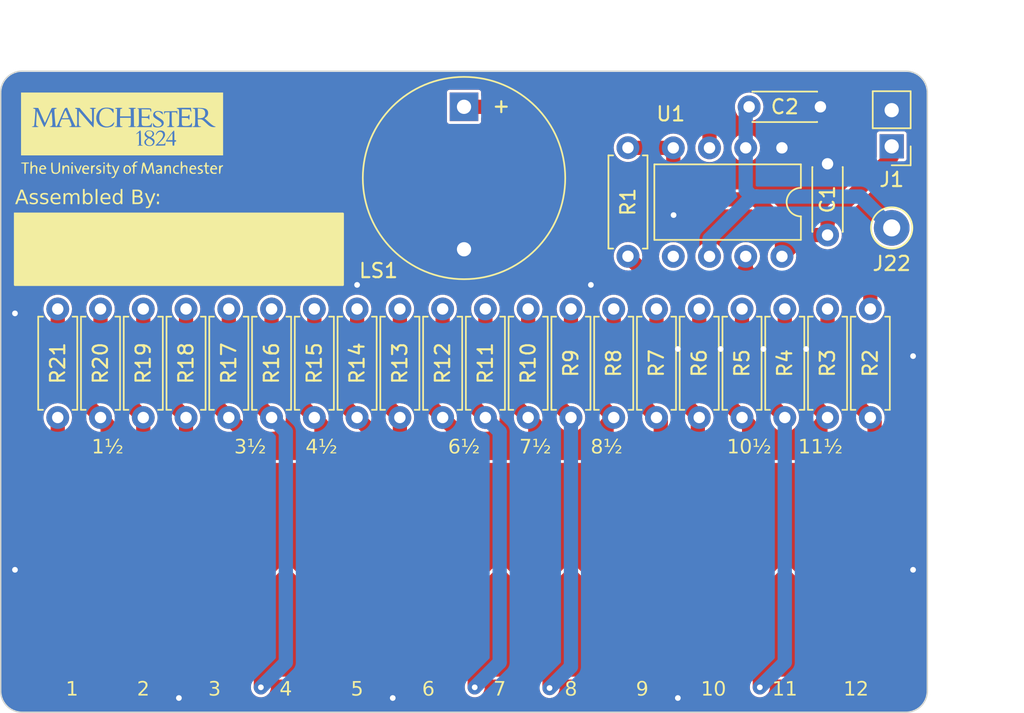
<source format=kicad_pcb>
(kicad_pcb (version 20221018) (generator pcbnew)
  (layers (0 "F.Cu" signal) (31 "B.Cu" signal) (34 "B.Paste" user) (35 "F.Paste" user) (36 "B.SilkS" user "B.Silkscreen") (37 "F.SilkS" user "F.Silkscreen") (38 "B.Mask" user) (39 "F.Mask" user) (44 "Edge.Cuts" user))
  (net 0 "")
  (net 1 "VCC")
  (net 2 "GND")
  (net 3 "Net-(J22-Pin_1)")
  (net 4 "Net-(J2-Pin_1)")
  (net 5 "Net-(J3-Pin_1)")
  (net 6 "Net-(J4-Pin_1)")
  (net 7 "Net-(J5-Pin_1)")
  (net 8 "Net-(J6-Pin_1)")
  (net 9 "Net-(J7-Pin_1)")
  (net 10 "Net-(J8-Pin_1)")
  (net 11 "Net-(J9-Pin_1)")
  (net 12 "Net-(J10-Pin_1)")
  (net 13 "Net-(J11-Pin_1)")
  (net 14 "Net-(J12-Pin_1)")
  (net 15 "Net-(J13-Pin_1)")
  (net 16 "Net-(J14-Pin_1)")
  (net 17 "Net-(J15-Pin_1)")
  (net 18 "Net-(J16-Pin_1)")
  (net 19 "Net-(J17-Pin_1)")
  (net 20 "Net-(J18-Pin_1)")
  (net 21 "Net-(J19-Pin_1)")
  (net 22 "Net-(J20-Pin_1)")
  (net 23 "Net-(J21-Pin_1)")
  (net 24 "Net-(U1-Q)")
  (net 25 "Net-(U1-DIS)")
  (footprint "Package_DIP:DIP-8_W7.62mm" (layer "F.Cu") (at 154.8 105.38 -90)
    (fp_text reference "U1" (at -2.38 7.8 -180) (layer "F.SilkS"))
    (fp_text value "NE555P")
    (pad "1" thru_hole rect (at 0 0 270) (size 1.6 1.6) (drill 0.8) (layers "*.Cu" "*.Mask") (net 2 "GND"))
    (pad "2" thru_hole oval (at 0 2.54 270) (size 1.6 1.6) (drill 0.8) (layers "*.Cu" "*.Mask") (net 3 "Net-(J22-Pin_1)"))
    (pad "3" thru_hole oval (at 0 5.08 270) (size 1.6 1.6) (drill 0.8) (layers "*.Cu" "*.Mask") (net 24 "Net-(U1-Q)"))
    (pad "4" thru_hole oval (at 0 7.62 270) (size 1.6 1.6) (drill 0.8) (layers "*.Cu" "*.Mask") (net 1 "VCC"))
    (pad "5" thru_hole oval (at 7.62 7.62 270) (size 1.6 1.6) (drill 0.8) (layers "*.Cu" "*.Mask"))
    (pad "6" thru_hole oval (at 7.62 5.08 270) (size 1.6 1.6) (drill 0.8) (layers "*.Cu" "*.Mask") (net 3 "Net-(J22-Pin_1)"))
    (pad "7" thru_hole oval (at 7.62 2.54 270) (size 1.6 1.6) (drill 0.8) (layers "*.Cu" "*.Mask") (net 25 "Net-(U1-DIS)"))
    (pad "8" thru_hole oval (at 7.62 0 270) (size 1.6 1.6) (drill 0.8) (layers "*.Cu" "*.Mask") (net 1 "VCC"))
  )
  (footprint "Resistor_THT:R_Axial_DIN0207_L6.3mm_D2.5mm_P7.62mm_Horizontal" (layer "F.Cu") (at 119 116.69 -90)
    (fp_text reference "R16" (at 3.81 0 90) (layer "F.SilkS"))
    (fp_text value "3.48k, 1%")
    (pad "1" thru_hole circle (at 0 0 270) (size 1.6 1.6) (drill 0.8) (layers "*.Cu" "*.Mask") (net 17 "Net-(J15-Pin_1)"))
    (pad "2" thru_hole oval (at 7.62 0 270) (size 1.6 1.6) (drill 0.8) (layers "*.Cu" "*.Mask") (net 18 "Net-(J16-Pin_1)"))
  )
  (footprint "Resistor_THT:R_Axial_DIN0207_L6.3mm_D2.5mm_P7.62mm_Horizontal" (layer "F.Cu") (at 161 116.69 -90)
    (fp_text reference "R2" (at 3.81 0 90) (layer "F.SilkS"))
    (fp_text value "22.1k, 1%")
    (pad "1" thru_hole circle (at 0 0 270) (size 1.6 1.6) (drill 0.8) (layers "*.Cu" "*.Mask") (net 25 "Net-(U1-DIS)"))
    (pad "2" thru_hole oval (at 7.62 0 270) (size 1.6 1.6) (drill 0.8) (layers "*.Cu" "*.Mask") (net 4 "Net-(J2-Pin_1)"))
  )
  (footprint "Buzzer_Beeper:Buzzer_D14mm_H7mm_P10mm" (layer "F.Cu") (at 132.5 102.5 -90)
    (fp_text reference "LS1" (at 11.5 6 -180) (layer "F.SilkS"))
    (fp_text value "Piezo Sounder")
    (fp_text user "+" (at -0.01 -2.54 90) (layer "F.SilkS"))
    (pad "1" thru_hole rect (at 0 0 270) (size 2 2) (drill 1) (layers "*.Cu" "*.Mask") (net 24 "Net-(U1-Q)"))
    (pad "2" thru_hole circle (at 10 0 270) (size 2 2) (drill 1) (layers "*.Cu" "*.Mask") (net 2 "GND"))
  )
  (footprint "Resistor_THT:R_Axial_DIN0207_L6.3mm_D2.5mm_P7.62mm_Horizontal" (layer "F.Cu") (at 113 116.69 -90)
    (fp_text reference "R18" (at 3.81 0 90) (layer "F.SilkS"))
    (fp_text value "3.83k, 1%")
    (pad "1" thru_hole circle (at 0 0 270) (size 1.6 1.6) (drill 0.8) (layers "*.Cu" "*.Mask") (net 19 "Net-(J17-Pin_1)"))
    (pad "2" thru_hole oval (at 7.62 0 270) (size 1.6 1.6) (drill 0.8) (layers "*.Cu" "*.Mask") (net 20 "Net-(J18-Pin_1)"))
  )
  (footprint "Resistor_THT:R_Axial_DIN0207_L6.3mm_D2.5mm_P7.62mm_Horizontal" (layer "F.Cu") (at 116 116.69 -90)
    (fp_text reference "R17" (at 3.81 0 90) (layer "F.SilkS"))
    (fp_text value "3.65k, 1%")
    (pad "1" thru_hole circle (at 0 0 270) (size 1.6 1.6) (drill 0.8) (layers "*.Cu" "*.Mask") (net 18 "Net-(J16-Pin_1)"))
    (pad "2" thru_hole oval (at 7.62 0 270) (size 1.6 1.6) (drill 0.8) (layers "*.Cu" "*.Mask") (net 19 "Net-(J17-Pin_1)"))
  )
  (footprint "Resistor_THT:R_Axial_DIN0207_L6.3mm_D2.5mm_P7.62mm_Horizontal" (layer "F.Cu") (at 107 116.69 -90)
    (fp_text reference "R20" (at 3.81 0 90) (layer "F.SilkS"))
    (fp_text value "4.32k, 1%")
    (pad "1" thru_hole circle (at 0 0 270) (size 1.6 1.6) (drill 0.8) (layers "*.Cu" "*.Mask") (net 21 "Net-(J19-Pin_1)"))
    (pad "2" thru_hole oval (at 7.62 0 270) (size 1.6 1.6) (drill 0.8) (layers "*.Cu" "*.Mask") (net 22 "Net-(J20-Pin_1)"))
  )
  (footprint "Resistor_THT:R_Axial_DIN0207_L6.3mm_D2.5mm_P7.62mm_Horizontal" (layer "F.Cu") (at 128 116.69 -90)
    (fp_text reference "R13" (at 3.81 0 90) (layer "F.SilkS"))
    (fp_text value "2.87k, 1%")
    (pad "1" thru_hole circle (at 0 0 270) (size 1.6 1.6) (drill 0.8) (layers "*.Cu" "*.Mask") (net 14 "Net-(J12-Pin_1)"))
    (pad "2" thru_hole oval (at 7.62 0 270) (size 1.6 1.6) (drill 0.8) (layers "*.Cu" "*.Mask") (net 15 "Net-(J13-Pin_1)"))
  )
  (footprint "TestPoint:TestPoint_THTPad_D2.5mm_Drill1.2mm" (layer "F.Cu") (at 162.5 111)
    (fp_text reference "J22" (at 0 2.5) (layer "F.SilkS"))
    (fp_text value "Stylus")
    (pad "1" thru_hole circle (at 0 0) (size 2.5 2.5) (drill 1.2) (layers "*.Cu" "*.Mask") (net 3 "Net-(J22-Pin_1)"))
  )
  (footprint "Capacitor_THT:C_Disc_D4.3mm_W1.9mm_P5.00mm" (layer "F.Cu") (at 152.5 102.5)
    (fp_text reference "C2" (at 2.5 0) (layer "F.SilkS"))
    (fp_text value "10n")
    (pad "1" thru_hole circle (at 0 0) (size 1.6 1.6) (drill 0.8) (layers "*.Cu" "*.Mask") (net 3 "Net-(J22-Pin_1)"))
    (pad "2" thru_hole circle (at 5 0) (size 1.6 1.6) (drill 0.8) (layers "*.Cu" "*.Mask") (net 2 "GND"))
  )
  (footprint "Resistor_THT:R_Axial_DIN0207_L6.3mm_D2.5mm_P7.62mm_Horizontal" (layer "F.Cu") (at 134 116.69 -90)
    (fp_text reference "R11" (at 3.81 0 90) (layer "F.SilkS"))
    (fp_text value "2.61k, 1%")
    (pad "1" thru_hole circle (at 0 0 270) (size 1.6 1.6) (drill 0.8) (layers "*.Cu" "*.Mask") (net 12 "Net-(J10-Pin_1)"))
    (pad "2" thru_hole oval (at 7.62 0 270) (size 1.6 1.6) (drill 0.8) (layers "*.Cu" "*.Mask") (net 13 "Net-(J11-Pin_1)"))
  )
  (footprint "Connector_PinHeader_2.54mm:PinHeader_1x02_P2.54mm_Vertical" (layer "F.Cu") (at 162.5 105.275 180)
    (fp_text reference "J1" (at 0 -2.33) (layer "F.SilkS"))
    (fp_text value "Batt")
    (pad "1" thru_hole rect (at 0 0 180) (size 1.7 1.7) (drill 1) (layers "*.Cu" "*.Mask") (net 1 "VCC"))
    (pad "2" thru_hole oval (at 0 2.54 180) (size 1.7 1.7) (drill 1) (layers "*.Cu" "*.Mask") (net 2 "GND"))
  )
  (footprint "Resistor_THT:R_Axial_DIN0207_L6.3mm_D2.5mm_P7.62mm_Horizontal" (layer "F.Cu") (at 137 116.69 -90)
    (fp_text reference "R10" (at 3.81 0 90) (layer "F.SilkS"))
    (fp_text value "2.43k, 1%")
    (pad "1" thru_hole circle (at 0 0 270) (size 1.6 1.6) (drill 0.8) (layers "*.Cu" "*.Mask") (net 11 "Net-(J9-Pin_1)"))
    (pad "2" thru_hole oval (at 7.62 0 270) (size 1.6 1.6) (drill 0.8) (layers "*.Cu" "*.Mask") (net 12 "Net-(J10-Pin_1)"))
  )
  (footprint "Resistor_THT:R_Axial_DIN0207_L6.3mm_D2.5mm_P7.62mm_Horizontal" (layer "F.Cu") (at 143 116.69 -90)
    (fp_text reference "R8" (at 3.81 0 90) (layer "F.SilkS"))
    (fp_text value "2.15k, 1%")
    (pad "1" thru_hole circle (at 0 0 270) (size 1.6 1.6) (drill 0.8) (layers "*.Cu" "*.Mask") (net 9 "Net-(J7-Pin_1)"))
    (pad "2" thru_hole oval (at 7.62 0 270) (size 1.6 1.6) (drill 0.8) (layers "*.Cu" "*.Mask") (net 10 "Net-(J8-Pin_1)"))
  )
  (footprint "Resistor_THT:R_Axial_DIN0207_L6.3mm_D2.5mm_P7.62mm_Horizontal" (layer "F.Cu") (at 131 116.69 -90)
    (fp_text reference "R12" (at 3.81 0 90) (layer "F.SilkS"))
    (fp_text value "2.74k, 1%")
    (pad "1" thru_hole circle (at 0 0 270) (size 1.6 1.6) (drill 0.8) (layers "*.Cu" "*.Mask") (net 13 "Net-(J11-Pin_1)"))
    (pad "2" thru_hole oval (at 7.62 0 270) (size 1.6 1.6) (drill 0.8) (layers "*.Cu" "*.Mask") (net 14 "Net-(J12-Pin_1)"))
  )
  (footprint "Resistor_THT:R_Axial_DIN0207_L6.3mm_D2.5mm_P7.62mm_Horizontal" (layer "F.Cu") (at 144 112.99 90)
    (fp_text reference "R1" (at 3.81 0 90) (layer "F.SilkS"))
    (fp_text value "10k")
    (pad "1" thru_hole circle (at 0 0 90) (size 1.6 1.6) (drill 0.8) (layers "*.Cu" "*.Mask") (net 25 "Net-(U1-DIS)"))
    (pad "2" thru_hole oval (at 7.62 0 90) (size 1.6 1.6) (drill 0.8) (layers "*.Cu" "*.Mask") (net 1 "VCC"))
  )
  (footprint "Resistor_THT:R_Axial_DIN0207_L6.3mm_D2.5mm_P7.62mm_Horizontal" (layer "F.Cu") (at 122 116.69 -90)
    (fp_text reference "R15" (at 3.81 0 90) (layer "F.SilkS"))
    (fp_text value "3.24k, 1%")
    (pad "1" thru_hole circle (at 0 0 270) (size 1.6 1.6) (drill 0.8) (layers "*.Cu" "*.Mask") (net 16 "Net-(J14-Pin_1)"))
    (pad "2" thru_hole oval (at 7.62 0 270) (size 1.6 1.6) (drill 0.8) (layers "*.Cu" "*.Mask") (net 17 "Net-(J15-Pin_1)"))
  )
  (footprint "Resistor_THT:R_Axial_DIN0207_L6.3mm_D2.5mm_P7.62mm_Horizontal" (layer "F.Cu") (at 149 116.69 -90)
    (fp_text reference "R6" (at 3.81 0 90) (layer "F.SilkS"))
    (fp_text value "1.91k, 1%")
    (pad "1" thru_hole circle (at 0 0 270) (size 1.6 1.6) (drill 0.8) (layers "*.Cu" "*.Mask") (net 7 "Net-(J5-Pin_1)"))
    (pad "2" thru_hole oval (at 7.62 0 270) (size 1.6 1.6) (drill 0.8) (layers "*.Cu" "*.Mask") (net 8 "Net-(J6-Pin_1)"))
  )
  (footprint "Capacitor_THT:C_Disc_D4.3mm_W1.9mm_P5.00mm" (layer "F.Cu") (at 158 111.5 90)
    (fp_text reference "C1" (at 2.5 0 90) (layer "F.SilkS"))
    (fp_text value "100n")
    (pad "1" thru_hole circle (at 0 0 90) (size 1.6 1.6) (drill 0.8) (layers "*.Cu" "*.Mask") (net 1 "VCC"))
    (pad "2" thru_hole circle (at 5 0 90) (size 1.6 1.6) (drill 0.8) (layers "*.Cu" "*.Mask") (net 2 "GND"))
  )
  (footprint "Resistor_THT:R_Axial_DIN0207_L6.3mm_D2.5mm_P7.62mm_Horizontal" (layer "F.Cu") (at 110 116.69 -90)
    (fp_text reference "R19" (at 3.81 0 90) (layer "F.SilkS"))
    (fp_text value "4.12k, 1%")
    (pad "1" thru_hole circle (at 0 0 270) (size 1.6 1.6) (drill 0.8) (layers "*.Cu" "*.Mask") (net 20 "Net-(J18-Pin_1)"))
    (pad "2" thru_hole oval (at 7.62 0 270) (size 1.6 1.6) (drill 0.8) (layers "*.Cu" "*.Mask") (net 21 "Net-(J19-Pin_1)"))
  )
  (footprint "Resistor_THT:R_Axial_DIN0207_L6.3mm_D2.5mm_P7.62mm_Horizontal" (layer "F.Cu") (at 158 116.69 -90)
    (fp_text reference "R3" (at 3.81 0 90) (layer "F.SilkS"))
    (fp_text value "1.63k, 1%")
    (pad "1" thru_hole circle (at 0 0 270) (size 1.6 1.6) (drill 0.8) (layers "*.Cu" "*.Mask") (net 4 "Net-(J2-Pin_1)"))
    (pad "2" thru_hole oval (at 7.62 0 270) (size 1.6 1.6) (drill 0.8) (layers "*.Cu" "*.Mask") (net 5 "Net-(J3-Pin_1)"))
  )
  (footprint "Resistor_THT:R_Axial_DIN0207_L6.3mm_D2.5mm_P7.62mm_Horizontal" (layer "F.Cu") (at 155 116.69 -90)
    (fp_text reference "R4" (at 3.81 0 90) (layer "F.SilkS"))
    (fp_text value "1.74k, 1%")
    (pad "1" thru_hole circle (at 0 0 270) (size 1.6 1.6) (drill 0.8) (layers "*.Cu" "*.Mask") (net 5 "Net-(J3-Pin_1)"))
    (pad "2" thru_hole oval (at 7.62 0 270) (size 1.6 1.6) (drill 0.8) (layers "*.Cu" "*.Mask") (net 6 "Net-(J4-Pin_1)"))
  )
  (footprint "Resistor_THT:R_Axial_DIN0207_L6.3mm_D2.5mm_P7.62mm_Horizontal" (layer "F.Cu") (at 104 116.69 -90)
    (fp_text reference "R21" (at 3.81 0 90) (layer "F.SilkS"))
    (fp_text value "4.64k, 1%")
    (pad "1" thru_hole circle (at 0 0 270) (size 1.6 1.6) (drill 0.8) (layers "*.Cu" "*.Mask") (net 22 "Net-(J20-Pin_1)"))
    (pad "2" thru_hole oval (at 7.62 0 270) (size 1.6 1.6) (drill 0.8) (layers "*.Cu" "*.Mask") (net 23 "Net-(J21-Pin_1)"))
  )
  (footprint "Resistor_THT:R_Axial_DIN0207_L6.3mm_D2.5mm_P7.62mm_Horizontal" (layer "F.Cu") (at 146 116.69 -90)
    (fp_text reference "R7" (at 3.81 0 90) (layer "F.SilkS"))
    (fp_text value "2.05k, 1%")
    (pad "1" thru_hole circle (at 0 0 270) (size 1.6 1.6) (drill 0.8) (layers "*.Cu" "*.Mask") (net 8 "Net-(J6-Pin_1)"))
    (pad "2" thru_hole oval (at 7.62 0 270) (size 1.6 1.6) (drill 0.8) (layers "*.Cu" "*.Mask") (net 9 "Net-(J7-Pin_1)"))
  )
  (footprint "LOGO" (layer "F.Cu") (at 108.5 104.5)
    (fp_text reference "G***" hide)
    (fp_text value "LOGO" hide)
  )
  (footprint "Resistor_THT:R_Axial_DIN0207_L6.3mm_D2.5mm_P7.62mm_Horizontal" (layer "F.Cu") (at 140 116.69 -90)
    (fp_text reference "R9" (at 3.81 0 90) (layer "F.SilkS"))
    (fp_text value "2.32k, 1%")
    (pad "1" thru_hole circle (at 0 0 270) (size 1.6 1.6) (drill 0.8) (layers "*.Cu" "*.Mask") (net 10 "Net-(J8-Pin_1)"))
    (pad "2" thru_hole oval (at 7.62 0 270) (size 1.6 1.6) (drill 0.8) (layers "*.Cu" "*.Mask") (net 11 "Net-(J9-Pin_1)"))
  )
  (footprint "Resistor_THT:R_Axial_DIN0207_L6.3mm_D2.5mm_P7.62mm_Horizontal" (layer "F.Cu") (at 152 116.69 -90)
    (fp_text reference "R5" (at 3.81 0 90) (layer "F.SilkS"))
    (fp_text value "1.82k, 1%")
    (pad "1" thru_hole circle (at 0 0 270) (size 1.6 1.6) (drill 0.8) (layers "*.Cu" "*.Mask") (net 6 "Net-(J4-Pin_1)"))
    (pad "2" thru_hole oval (at 7.62 0 270) (size 1.6 1.6) (drill 0.8) (layers "*.Cu" "*.Mask") (net 7 "Net-(J5-Pin_1)"))
  )
  (footprint "Resistor_THT:R_Axial_DIN0207_L6.3mm_D2.5mm_P7.62mm_Horizontal" (layer "F.Cu") (at 125 116.69 -90)
    (fp_text reference "R14" (at 3.81 0 90) (layer "F.SilkS"))
    (fp_text value "3.01k, 1%")
    (pad "1" thru_hole circle (at 0 0 270) (size 1.6 1.6) (drill 0.8) (layers "*.Cu" "*.Mask") (net 15 "Net-(J13-Pin_1)"))
    (pad "2" thru_hole oval (at 7.62 0 270) (size 1.6 1.6) (drill 0.8) (layers "*.Cu" "*.Mask") (net 16 "Net-(J14-Pin_1)"))
  )
  (gr_rect (start 101 110) (end 124 115) (stroke (width 0.15)) (fill solid) (layer "F.SilkS"))
  (gr_line (start 165 143.5) (end 165 101.5) (stroke (width 0.1)) (layer "Edge.Cuts"))
  (gr_arc (start 101.5 145) (mid 100.43934 144.56066) (end 100 143.5) (stroke (width 0.1)) (layer "Edge.Cuts"))
  (gr_line (start 163.5 100) (end 101.5 100) (stroke (width 0.1)) (layer "Edge.Cuts"))
  (gr_line (start 100 101.5) (end 100 143.5) (stroke (width 0.1)) (layer "Edge.Cuts"))
  (gr_line (start 101.5 145) (end 163.5 145) (stroke (width 0.1)) (layer "Edge.Cuts"))
  (gr_arc (start 100 101.5) (mid 100.43934 100.43934) (end 101.5 100) (stroke (width 0.1)) (layer "Edge.Cuts"))
  (gr_arc (start 163.5 100) (mid 164.56066 100.43934) (end 165 101.5) (stroke (width 0.1)) (layer "Edge.Cuts"))
  (gr_arc (start 165 143.5) (mid 164.56066 144.56066) (end 163.5 145) (stroke (width 0.1)) (layer "Edge.Cuts"))
  (gr_text "6½" (at 132.5 127) (layer "F.SilkS") (effects (font (size 1 1)) (justify bottom)))
  (gr_text "11" (at 155 144) (layer "F.SilkS") (effects (font (size 1 1)) (justify bottom)))
  (gr_text "8" (at 140 144) (layer "F.SilkS") (effects (font (size 1 1)) (justify bottom)))
  (gr_text "3" (at 115 144) (layer "F.SilkS") (effects (font (size 1 1)) (justify bottom)))
  (gr_text "12" (at 160 144) (layer "F.SilkS") (effects (font (size 1 1)) (justify bottom)))
  (gr_text "3½" (at 117.5 127) (layer "F.SilkS") (effects (font (size 1 1)) (justify bottom)))
  (gr_text "1½" (at 107.5 127) (layer "F.SilkS") (effects (font (size 1 1)) (justify bottom)))
  (gr_text "10" (at 150 144) (layer "F.SilkS") (effects (font (size 1 1)) (justify bottom)))
  (gr_text "4½" (at 122.5 127) (layer "F.SilkS") (effects (font (size 1 1)) (justify bottom)))
  (gr_text "6" (at 130 144) (layer "F.SilkS") (effects (font (size 1 1)) (justify bottom)))
  (gr_text "4" (at 120 144) (layer "F.SilkS") (effects (font (size 1 1)) (justify bottom)))
  (gr_text "10½" (at 152.5 127) (layer "F.SilkS") (effects (font (size 1 1)) (justify bottom)))
  (gr_text "1" (at 105 144) (layer "F.SilkS") (effects (font (size 1 1)) (justify bottom)))
  (gr_text "8½" (at 142.5 127) (layer "F.SilkS") (effects (font (size 1 1)) (justify bottom)))
  (gr_text "11½" (at 157.5 127) (layer "F.SilkS") (effects (font (size 1 1)) (justify bottom)))
  (gr_text "Assembled By:" (at 101 109.5) (layer "F.SilkS") (effects (font (size 1 1)) (justify left bottom)))
  (gr_text "7" (at 135 144) (layer "F.SilkS") (effects (font (size 1 1)) (justify bottom)))
  (gr_text "9" (at 145 144) (layer "F.SilkS") (effects (font (size 1 1)) (justify bottom)))
  (gr_text "7½" (at 137.5 127) (layer "F.SilkS") (effects (font (size 1 1)) (justify bottom)))
  (gr_text "2" (at 110 144) (layer "F.SilkS") (effects (font (size 1 1)) (justify bottom)))
  (gr_text "5" (at 125 144) (layer "F.SilkS") (effects (font (size 1 1)) (justify bottom)))
  (segment (start 154.8 113) (end 154.8 110.8) (width 1) (layer "F.Cu") (net 1))
  (segment (start 144.01 105.38) (end 144 105.37) (width 1) (layer "F.Cu") (net 1))
  (segment (start 154.8 110.8) (end 153 109) (width 1) (layer "F.Cu") (net 1))
  (segment (start 158 110.5) (end 158 111.5) (width 1) (layer "F.Cu") (net 1))
  (segment (start 162.5 105.275) (end 162.5 106) (width 1) (layer "F.Cu") (net 1))
  (segment (start 153 109) (end 149.5 109) (width 1) (layer "F.Cu") (net 1))
  (segment (start 162.5 106) (end 158 110.5) (width 1) (layer "F.Cu") (net 1))
  (segment (start 147.18 105.38) (end 144.01 105.38) (width 1) (layer "F.Cu") (net 1))
  (segment (start 156.3 111.5) (end 154.8 113) (width 1) (layer "F.Cu") (net 1))
  (segment (start 158 111.5) (end 156.3 111.5) (width 1) (layer "F.Cu") (net 1))
  (segment (start 147.18 106.68) (end 147.18 105.38) (width 1) (layer "F.Cu") (net 1))
  (segment (start 149.5 109) (end 147.18 106.68) (width 1) (layer "F.Cu") (net 1))
  (via (at 147.5 144) (size 0.8) (drill 0.4) (layers "F.Cu" "B.Cu") (net 2))
  (via (at 153.5 119.5) (size 0.8) (drill 0.4) (layers "F.Cu" "B.Cu") (net 2))
  (via (at 164 135) (size 0.8) (drill 0.4) (layers "F.Cu" "B.Cu") (net 2))
  (via (at 164 120) (size 0.8) (drill 0.4) (layers "F.Cu" "B.Cu") (net 2))
  (via (at 127.5 144) (size 0.8) (drill 0.4) (layers "F.Cu" "B.Cu") (net 2))
  (via (at 141.4 115) (size 0.8) (drill 0.4) (layers "F.Cu" "B.Cu") (net 2))
  (via (at 150.5 119.5) (size 0.8) (drill 0.4) (layers "F.Cu" "B.Cu") (net 2))
  (via (at 147.2 110.1) (size 0.8) (drill 0.4) (layers "F.Cu" "B.Cu") (net 2))
  (via (at 101 135) (size 0.8) (drill 0.4) (layers "F.Cu" "B.Cu") (net 2))
  (via (at 101 117) (size 0.8) (drill 0.4) (layers "F.Cu" "B.Cu") (net 2))
  (via (at 112.5 144) (size 0.8) (drill 0.4) (layers "F.Cu" "B.Cu") (net 2))
  (via (at 147.5 119.5) (size 0.8) (drill 0.4) (layers "F.Cu" "B.Cu") (net 2))
  (via (at 156.5 119.5) (size 0.8) (drill 0.4) (layers "F.Cu" "B.Cu") (net 2))
  (via (at 125 115) (size 0.8) (drill 0.4) (layers "F.Cu" "B.Cu") (net 2))
  (segment (start 152.26 108.36) (end 152.26 105.38) (width 1) (layer "B.Cu") (net 3))
  (segment (start 162.5 111) (end 160.3 108.8) (width 1) (layer "B.Cu") (net 3))
  (segment (start 149.72 113) (end 149.72 111.78) (width 1) (layer "B.Cu") (net 3))
  (segment (start 152.26 105.38) (end 152.26 102.74) (width 1) (layer "B.Cu") (net 3))
  (segment (start 152.7 108.8) (end 152.26 108.36) (width 1) (layer "B.Cu") (net 3))
  (segment (start 152.26 102.74) (end 152.5 102.5) (width 1) (layer "B.Cu") (net 3))
  (segment (start 160.3 108.8) (end 152.7 108.8) (width 1) (layer "B.Cu") (net 3))
  (segment (start 149.72 111.78) (end 152.7 108.8) (width 1) (layer "B.Cu") (net 3))
  (segment (start 160.1 137.5) (end 161.3 136.3) (width 1) (layer "F.Cu") (net 4))
  (segment (start 161.3 124.61) (end 161 124.31) (width 1) (layer "F.Cu") (net 4))
  (segment (start 160 137.5) (end 160.1 137.5) (width 1) (layer "F.Cu") (net 4))
  (segment (start 158 121.31) (end 161 124.31) (width 1) (layer "F.Cu") (net 4))
  (segment (start 158 116.69) (end 158 121.31) (width 1) (layer "F.Cu") (net 4))
  (segment (start 161.3 136.3) (end 161.3 124.61) (width 1) (layer "F.Cu") (net 4))
  (segment (start 155 121.31) (end 158 124.31) (width 1) (layer "F.Cu") (net 5))
  (segment (start 155 116.69) (end 155 121.31) (width 1) (layer "F.Cu") (net 5))
  (segment (start 157.5 132.5) (end 157.5 124.81) (width 1) (layer "F.Cu") (net 5))
  (segment (start 157.5 124.81) (end 158 124.31) (width 1) (layer "F.Cu") (net 5))
  (segment (start 153.25 142.75) (end 155 141) (width 1) (layer "F.Cu") (net 6))
  (segment (start 155 141) (end 155 137.5) (width 1) (layer "F.Cu") (net 6))
  (segment (start 152 121.31) (end 155 124.31) (width 1) (layer "F.Cu") (net 6))
  (segment (start 152 116.69) (end 152 121.31) (width 1) (layer "F.Cu") (net 6))
  (segment (start 153.25 143.25) (end 153.25 142.75) (width 1) (layer "F.Cu") (net 6))
  (via (at 153.25 143.25) (size 0.8) (drill 0.4) (layers "F.Cu" "B.Cu") (net 6))
  (segment (start 153.25 143.25) (end 155 141.5) (width 1) (layer "B.Cu") (net 6))
  (segment (start 155 141.5) (end 155 124.31) (width 1) (layer "B.Cu") (net 6))
  (segment (start 152.5 124.81) (end 152 124.31) (width 1) (layer "F.Cu") (net 7))
  (segment (start 152.5 132.5) (end 152.5 124.81) (width 1) (layer "F.Cu") (net 7))
  (segment (start 149 121.31) (end 152 124.31) (width 1) (layer "F.Cu") (net 7))
  (segment (start 149 116.69) (end 149 121.31) (width 1) (layer "F.Cu") (net 7))
  (segment (start 148.9 136.4) (end 148.9 124.41) (width 1) (layer "F.Cu") (net 8))
  (segment (start 148.9 124.41) (end 149 124.31) (width 1) (layer "F.Cu") (net 8))
  (segment (start 146 121.31) (end 149 124.31) (width 1) (layer "F.Cu") (net 8))
  (segment (start 150 137.5) (end 148.9 136.4) (width 1) (layer "F.Cu") (net 8))
  (segment (start 146 116.69) (end 146 121.31) (width 1) (layer "F.Cu") (net 8))
  (segment (start 143 121.31) (end 146 124.31) (width 1) (layer "F.Cu") (net 9))
  (segment (start 146.3 135.6) (end 146.3 124.61) (width 1) (layer "F.Cu") (net 9))
  (segment (start 145 137.5) (end 145 136.9) (width 1) (layer "F.Cu") (net 9))
  (segment (start 146.3 124.61) (end 146 124.31) (width 1) (layer "F.Cu") (net 9))
  (segment (start 143 116.69) (end 143 121.31) (width 1) (layer "F.Cu") (net 9))
  (segment (start 145 136.9) (end 146.3 135.6) (width 1) (layer "F.Cu") (net 9))
  (segment (start 142.5 124.81) (end 143 124.31) (width 1) (layer "F.Cu") (net 10))
  (segment (start 142.5 132.5) (end 142.5 124.81) (width 1) (layer "F.Cu") (net 10))
  (segment (start 140 121.31) (end 143 124.31) (width 1) (layer "F.Cu") (net 10))
  (segment (start 140 116.69) (end 140 121.31) (width 1) (layer "F.Cu") (net 10))
  (segment (start 137 116.69) (end 137 121.31) (width 1) (layer "F.Cu") (net 11))
  (segment (start 138.5 143.3) (end 138.5 142.5) (width 1) (layer "F.Cu") (net 11))
  (segment (start 140 141) (end 140 137.5) (width 1) (layer "F.Cu") (net 11))
  (segment (start 138.5 142.5) (end 140 141) (width 1) (layer "F.Cu") (net 11))
  (segment (start 137 121.31) (end 140 124.31) (width 1) (layer "F.Cu") (net 11))
  (via (at 138.5 143.3) (size 0.8) (drill 0.4) (layers "F.Cu" "B.Cu") (net 11))
  (segment (start 138.5 143.3) (end 140 141.8) (width 1) (layer "B.Cu") (net 11))
  (segment (start 140 141.8) (end 140 124.31) (width 1) (layer "B.Cu") (net 11))
  (segment (start 137.5 124.81) (end 137 124.31) (width 1) (layer "F.Cu") (net 12))
  (segment (start 134 121.31) (end 137 124.31) (width 1) (layer "F.Cu") (net 12))
  (segment (start 137.5 132.5) (end 137.5 124.81) (width 1) (layer "F.Cu") (net 12))
  (segment (start 134 116.69) (end 134 121.31) (width 1) (layer "F.Cu") (net 12))
  (segment (start 131 121.31) (end 134 124.31) (width 1) (layer "F.Cu") (net 13))
  (segment (start 131 116.69) (end 131 121.31) (width 1) (layer "F.Cu") (net 13))
  (segment (start 133.25 143.25) (end 133.25 142.25) (width 1) (layer "F.Cu") (net 13))
  (segment (start 135 140.5) (end 135 137.5) (width 1) (layer "F.Cu") (net 13))
  (segment (start 133.25 142.25) (end 135 140.5) (width 1) (layer "F.Cu") (net 13))
  (via (at 133.25 143.25) (size 0.8) (drill 0.4) (layers "F.Cu" "B.Cu") (net 13))
  (segment (start 133.25 143.25) (end 135 141.5) (width 1) (layer "B.Cu") (net 13))
  (segment (start 135 141.5) (end 135 125.31) (width 1) (layer "B.Cu") (net 13))
  (segment (start 135 125.31) (end 134 124.31) (width 1) (layer "B.Cu") (net 13))
  (segment (start 128 116.69) (end 128 121.31) (width 1) (layer "F.Cu") (net 14))
  (segment (start 131 124.31) (end 132.5 125.81) (width 1) (layer "F.Cu") (net 14))
  (segment (start 128 121.31) (end 131 124.31) (width 1) (layer "F.Cu") (net 14))
  (segment (start 132.5 125.81) (end 132.5 132.5) (width 1) (layer "F.Cu") (net 14))
  (segment (start 130 136.3) (end 130 137.5) (width 1) (layer "F.Cu") (net 15))
  (segment (start 125 121.31) (end 128 124.31) (width 1) (layer "F.Cu") (net 15))
  (segment (start 128.8 126.4) (end 128.8 135.1) (width 1) (layer "F.Cu") (net 15))
  (segment (start 128.8 135.1) (end 130 136.3) (width 1) (layer "F.Cu") (net 15))
  (segment (start 125 116.69) (end 125 121.31) (width 1) (layer "F.Cu") (net 15))
  (segment (start 128 124.31) (end 128 125.6) (width 1) (layer "F.Cu") (net 15))
  (segment (start 128 125.6) (end 128.8 126.4) (width 1) (layer "F.Cu") (net 15))
  (segment (start 126.3 125.61) (end 126.3 136.2) (width 1) (layer "F.Cu") (net 16))
  (segment (start 125 124.31) (end 126.3 125.61) (width 1) (layer "F.Cu") (net 16))
  (segment (start 122 121.31) (end 125 124.31) (width 1) (layer "F.Cu") (net 16))
  (segment (start 122 116.69) (end 122 121.31) (width 1) (layer "F.Cu") (net 16))
  (segment (start 126.3 136.2) (end 125 137.5) (width 1) (layer "F.Cu") (net 16))
  (segment (start 119 121.31) (end 122 124.31) (width 1) (layer "F.Cu") (net 17))
  (segment (start 122 124.31) (end 122.5 124.81) (width 1) (layer "F.Cu") (net 17))
  (segment (start 119 116.69) (end 119 121.31) (width 1) (layer "F.Cu") (net 17))
  (segment (start 122.5 124.81) (end 122.5 132.5) (width 1) (layer "F.Cu") (net 17))
  (segment (start 116 116.69) (end 116 121.31) (width 1) (layer "F.Cu") (net 18))
  (segment (start 118.25 143.25) (end 118.25 142.5) (width 1) (layer "F.Cu") (net 18))
  (segment (start 120 140.75) (end 120 137.5) (width 1) (layer "F.Cu") (net 18))
  (segment (start 116 121.31) (end 119 124.31) (width 1) (layer "F.Cu") (net 18))
  (segment (start 118.25 142.5) (end 120 140.75) (width 1) (layer "F.Cu") (net 18))
  (via (at 118.25 143.25) (size 0.8) (drill 0.4) (layers "F.Cu" "B.Cu") (net 18))
  (segment (start 120 141.5) (end 120 125.31) (width 1) (layer "B.Cu") (net 18))
  (segment (start 120 125.31) (end 119 124.31) (width 1) (layer "B.Cu") (net 18))
  (segment (start 118.25 143.25) (end 120 141.5) (width 1) (layer "B.Cu") (net 18))
  (segment (start 113 116.69) (end 113 121.31) (width 1) (layer "F.Cu") (net 19))
  (segment (start 116 124.31) (end 117.4 125.71) (width 1) (layer "F.Cu") (net 19))
  (segment (start 117.4 125.71) (end 117.4 132.4) (width 1) (layer "F.Cu") (net 19))
  (segment (start 117.4 132.4) (end 117.5 132.5) (width 1) (layer "F.Cu") (net 19))
  (segment (start 113 121.31) (end 116 124.31) (width 1) (layer "F.Cu") (net 19))
  (segment (start 110 116.69) (end 110 121.31) (width 1) (layer "F.Cu") (net 20))
  (segment (start 113 126) (end 113.7 126.7) (width 1) (layer "F.Cu") (net 20))
  (segment (start 113 124.31) (end 113 126) (width 1) (layer "F.Cu") (net 20))
  (segment (start 110 121.31) (end 113 124.31) (width 1) (layer "F.Cu") (net 20))
  (segment (start 113.7 136.2) (end 115 137.5) (width 1) (layer "F.Cu") (net 20))
  (segment (start 113.7 126.7) (end 113.7 136.2) (width 1) (layer "F.Cu") (net 20))
  (segment (start 111.2 136.1) (end 110 137.3) (width 1) (layer "F.Cu") (net 21))
  (segment (start 110 125.5) (end 111.2 126.7) (width 1) (layer "F.Cu") (net 21))
  (segment (start 110 124.31) (end 110 125.5) (width 1) (layer "F.Cu") (net 21))
  (segment (start 107 116.69) (end 107 121.31) (width 1) (layer "F.Cu") (net 21))
  (segment (start 110 137.3) (end 110 137.5) (width 1) (layer "F.Cu") (net 21))
  (segment (start 107 121.31) (end 110 124.31) (width 1) (layer "F.Cu") (net 21))
  (segment (start 111.2 126.7) (end 111.2 136.1) (width 1) (layer "F.Cu") (net 21))
  (segment (start 107 124.31) (end 107.5 124.81) (width 1) (layer "F.Cu") (net 22))
  (segment (start 104 121.31) (end 107 124.31) (width 1) (layer "F.Cu") (net 22))
  (segment (start 104 116.69) (end 104 121.31) (width 1) (layer "F.Cu") (net 22))
  (segment (start 107.5 124.81) (end 107.5 132.5) (width 1) (layer "F.Cu") (net 22))
  (segment (start 104 124.31) (end 104 136.5) (width 1) (layer "F.Cu") (net 23))
  (segment (start 104 136.5) (end 105 137.5) (width 1) (layer "F.Cu") (net 23))
  (segment (start 148.2 102.5) (end 132.5 102.5) (width 1) (layer "F.Cu") (net 24))
  (segment (start 149.72 105.38) (end 149.72 104.02) (width 1) (layer "F.Cu") (net 24))
  (segment (start 149.72 104.02) (end 148.2 102.5) (width 1) (layer "F.Cu") (net 24))
  (segment (start 152.26 113.96) (end 152.26 113) (width 1) (layer "F.Cu") (net 25))
  (segment (start 145.8 114.8) (end 144 113) (width 1) (layer "F.Cu") (net 25))
  (segment (start 161 116.69) (end 161 115.5) (width 1) (layer "F.Cu") (net 25))
  (segment (start 161 115.5) (end 160.3 114.8) (width 1) (layer "F.Cu") (net 25))
  (segment (start 153.1 114.8) (end 152.26 113.96) (width 1) (layer "F.Cu") (net 25))
  (segment (start 152.26 113) (end 152.26 113.94) (width 1) (layer "F.Cu") (net 25))
  (segment (start 151.4 114.8) (end 145.8 114.8) (width 1) (layer "F.Cu") (net 25))
  (segment (start 152.26 113.94) (end 151.4 114.8) (width 1) (layer "F.Cu") (net 25))
  (segment (start 144 113) (end 144 112.99) (width 1) (layer "F.Cu") (net 25))
  (segment (start 160.3 114.8) (end 153.1 114.8) (width 1) (layer "F.Cu") (net 25))
  (zone (net 12) (net_name "Net-(J10-Pin_1)") (layer "F.Cu") (priority 1) (connect_pads yes (clearance 0.2)) (min_thickness 0.2) (fill yes (thermal_gap 0.5) (thermal_bridge_width 0.5) (smoothing fillet) (radius 0.1))
    (polygon (pts (xy 135.1 127.5) (xy 139.9 127.5) (xy 139.9 134.5) (xy 139 135.4) (xy 136 135.4) (xy 135.1 134.5)))
  )
  (zone (net 20) (net_name "Net-(J18-Pin_1)") (layer "F.Cu") (priority 1) (connect_pads yes (clearance 0.2)) (min_thickness 0.2) (fill yes (thermal_gap 0.5) (thermal_bridge_width 0.5) (smoothing fillet) (radius 0.1))
    (polygon (pts (xy 117.4 135.6) (xy 117.4 142.5) (xy 112.6 142.5) (xy 112.6 127.5) (xy 114.9 127.5) (xy 114.9 134.6) (xy 115.9 135.6)))
  )
  (zone (net 17) (net_name "Net-(J15-Pin_1)") (layer "F.Cu") (priority 1) (connect_pads yes (clearance 0.2)) (min_thickness 0.2) (fill yes (thermal_gap 0.5) (thermal_bridge_width 0.5) (smoothing fillet) (radius 0.1))
    (polygon (pts (xy 120.1 127.5) (xy 124.9 127.5) (xy 124.9 134.5) (xy 124 135.4) (xy 121 135.4) (xy 120.1 134.5)))
  )
  (zone (net 6) (net_name "Net-(J4-Pin_1)") (layer "F.Cu") (priority 1) (connect_pads yes (clearance 0.2)) (min_thickness 0.2) (fill yes (thermal_gap 0.5) (thermal_bridge_width 0.5) (smoothing fillet) (radius 0.1))
    (polygon (pts (xy 152.6 135.6) (xy 152.6 142.5) (xy 157.4 142.5) (xy 157.4 135.6) (xy 155.9 135.6) (xy 155 134.7) (xy 154.1 135.6)))
  )
  (zone (net 18) (net_name "Net-(J16-Pin_1)") (layer "F.Cu") (priority 1) (connect_pads yes (clearance 0.2)) (min_thickness 0.2) (fill yes (thermal_gap 0.5) (thermal_bridge_width 0.5) (smoothing fillet) (radius 0.1))
    (polygon (pts (xy 117.6 135.6) (xy 117.6 142.5) (xy 122.4 142.5) (xy 122.4 135.6) (xy 120.9 135.6) (xy 120 134.7) (xy 119.1 135.6)))
  )
  (zone (net 23) (net_name "Net-(J21-Pin_1)") (layer "F.Cu") (priority 1) (connect_pads yes (clearance 0.2)) (min_thickness 0.2) (fill yes (thermal_gap 0.5) (thermal_bridge_width 0.5) (smoothing fillet) (radius 0.1))
    (polygon (pts (xy 107.4 135.6) (xy 107.4 142.5) (xy 102.6 142.5) (xy 102.6 127.5) (xy 104.9 127.5) (xy 104.9 134.6) (xy 105.9 135.6)))
  )
  (zone (net 4) (net_name "Net-(J2-Pin_1)") (layer "F.Cu") (priority 1) (connect_pads yes (clearance 0.2)) (min_thickness 0.2) (fill yes (thermal_gap 0.5) (thermal_bridge_width 0.5) (smoothing fillet) (radius 0.1))
    (polygon (pts (xy 157.6 135.6) (xy 157.6 142.5) (xy 162.4 142.5) (xy 162.4 127.5) (xy 160.1 127.5) (xy 160.1 134.6) (xy 159.1 135.6)))
  )
  (zone (net 14) (net_name "Net-(J12-Pin_1)") (layer "F.Cu") (priority 1) (connect_pads yes (clearance 0.2)) (min_thickness 0.2) (fill yes (thermal_gap 0.5) (thermal_bridge_width 0.5) (smoothing fillet) (radius 0.1))
    (polygon (pts (xy 130.1 127.5) (xy 134.9 127.5) (xy 134.9 134.5) (xy 134 135.4) (xy 131 135.4) (xy 130.1 134.5)))
  )
  (zone (net 11) (net_name "Net-(J9-Pin_1)") (layer "F.Cu") (priority 1) (connect_pads yes (clearance 0.2)) (min_thickness 0.2) (fill yes (thermal_gap 0.5) (thermal_bridge_width 0.5) (smoothing fillet) (radius 0.1))
    (polygon (pts (xy 137.6 135.6) (xy 137.6 142.5) (xy 142.4 142.5) (xy 142.4 135.6) (xy 140.9 135.6) (xy 140 134.7) (xy 139.1 135.6)))
  )
  (zone (net 7) (net_name "Net-(J5-Pin_1)") (layer "F.Cu") (priority 1) (connect_pads yes (clearance 0.2)) (min_thickness 0.2) (fill yes (thermal_gap 0.5) (thermal_bridge_width 0.5) (smoothing fillet) (radius 0.1))
    (polygon (pts (xy 150.1 127.5) (xy 154.9 127.5) (xy 154.9 134.5) (xy 154 135.4) (xy 151 135.4) (xy 150.1 134.5)))
  )
  (zone (net 8) (net_name "Net-(J6-Pin_1)") (layer "F.Cu") (priority 1) (connect_pads yes (clearance 0.2)) (min_thickness 0.2) (fill yes (thermal_gap 0.5) (thermal_bridge_width 0.5) (smoothing fillet) (radius 0.1))
    (polygon (pts (xy 152.4 135.6) (xy 152.4 142.5) (xy 147.6 142.5) (xy 147.6 127.5) (xy 149.9 127.5) (xy 149.9 134.6) (xy 150.9 135.6)))
  )
  (zone (net 13) (net_name "Net-(J11-Pin_1)") (layer "F.Cu") (priority 1) (connect_pads yes (clearance 0.2)) (min_thickness 0.2) (fill yes (thermal_gap 0.5) (thermal_bridge_width 0.5) (smoothing fillet) (radius 0.1))
    (polygon (pts (xy 132.6 135.6) (xy 132.6 142.5) (xy 137.4 142.5) (xy 137.4 135.6) (xy 135.9 135.6) (xy 135 134.7) (xy 134.1 135.6)))
  )
  (zone (net 5) (net_name "Net-(J3-Pin_1)") (layer "F.Cu") (priority 1) (connect_pads yes (clearance 0.2)) (min_thickness 0.2) (fill yes (thermal_gap 0.5) (thermal_bridge_width 0.5) (smoothing fillet) (radius 0.1))
    (polygon (pts (xy 155.1 127.5) (xy 159.9 127.5) (xy 159.9 134.5) (xy 159 135.4) (xy 156 135.4) (xy 155.1 134.5)))
  )
  (zone (net 16) (net_name "Net-(J14-Pin_1)") (layer "F.Cu") (priority 1) (connect_pads yes (clearance 0.2)) (min_thickness 0.2) (fill yes (thermal_gap 0.5) (thermal_bridge_width 0.5) (smoothing fillet) (radius 0.1))
    (polygon (pts (xy 122.6 135.6) (xy 122.6 142.5) (xy 127.4 142.5) (xy 127.4 127.5) (xy 125.1 127.5) (xy 125.1 134.6) (xy 124.1 135.6)))
  )
  (zone (net 15) (net_name "Net-(J13-Pin_1)") (layer "F.Cu") (priority 1) (connect_pads yes (clearance 0.2)) (min_thickness 0.2) (fill yes (thermal_gap 0.5) (thermal_bridge_width 0.5) (smoothing fillet) (radius 0.1))
    (polygon (pts (xy 132.4 135.6) (xy 132.4 142.5) (xy 127.6 142.5) (xy 127.6 127.5) (xy 129.9 127.5) (xy 129.9 134.6) (xy 130.9 135.6)))
  )
  (zone (net 19) (net_name "Net-(J17-Pin_1)") (layer "F.Cu") (priority 1) (connect_pads yes (clearance 0.2)) (min_thickness 0.2) (fill yes (thermal_gap 0.5) (thermal_bridge_width 0.5) (smoothing fillet) (radius 0.1))
    (polygon (pts (xy 115.1 127.5) (xy 119.9 127.5) (xy 119.9 134.5) (xy 119 135.4) (xy 116 135.4) (xy 115.1 134.5)))
  )
  (zone (net 10) (net_name "Net-(J8-Pin_1)") (layer "F.Cu") (priority 1) (connect_pads yes (clearance 0.2)) (min_thickness 0.2) (fill yes (thermal_gap 0.5) (thermal_bridge_width 0.5) (smoothing fillet) (radius 0.1))
    (polygon (pts (xy 140.1 127.5) (xy 144.9 127.5) (xy 144.9 134.5) (xy 144 135.4) (xy 141 135.4) (xy 140.1 134.5)))
  )
  (zone (net 9) (net_name "Net-(J7-Pin_1)") (layer "F.Cu") (priority 1) (connect_pads yes (clearance 0.2)) (min_thickness 0.2) (fill yes (thermal_gap 0.5) (thermal_bridge_width 0.5) (smoothing fillet) (radius 0.1))
    (polygon (pts (xy 142.6 135.6) (xy 142.6 142.5) (xy 147.4 142.5) (xy 147.4 127.5) (xy 145.1 127.5) (xy 145.1 134.6) (xy 144.1 135.6)))
  )
  (zone (net 21) (net_name "Net-(J19-Pin_1)") (layer "F.Cu") (priority 1) (connect_pads yes (clearance 0.2)) (min_thickness 0.2) (fill yes (thermal_gap 0.5) (thermal_bridge_width 0.5) (smoothing fillet) (radius 0.1))
    (polygon (pts (xy 107.6 135.6) (xy 107.6 142.5) (xy 112.4 142.5) (xy 112.4 127.5) (xy 110.1 127.5) (xy 110.1 134.6) (xy 109.1 135.6)))
  )
  (zone (net 22) (net_name "Net-(J20-Pin_1)") (layer "F.Cu") (priority 1) (connect_pads yes (clearance 0.2)) (min_thickness 0.2) (fill yes (thermal_gap 0.5) (thermal_bridge_width 0.5) (smoothing fillet) (radius 0.1))
    (polygon (pts (xy 105.1 127.5) (xy 109.9 127.5) (xy 109.9 134.5) (xy 109 135.4) (xy 106 135.4) (xy 105.1 134.5)))
  )
  (zone (net 2) (net_name "GND") (layers "F&B.Cu") (connect_pads yes (clearance 0.2)) (min_thickness 0.2) (fill yes (thermal_gap 0.5) (thermal_bridge_width 0.5) (smoothing fillet) (radius 0.1))
    (polygon (pts (xy 100 100) (xy 165 100) (xy 165 145) (xy 100 145)))
  )
)
</source>
